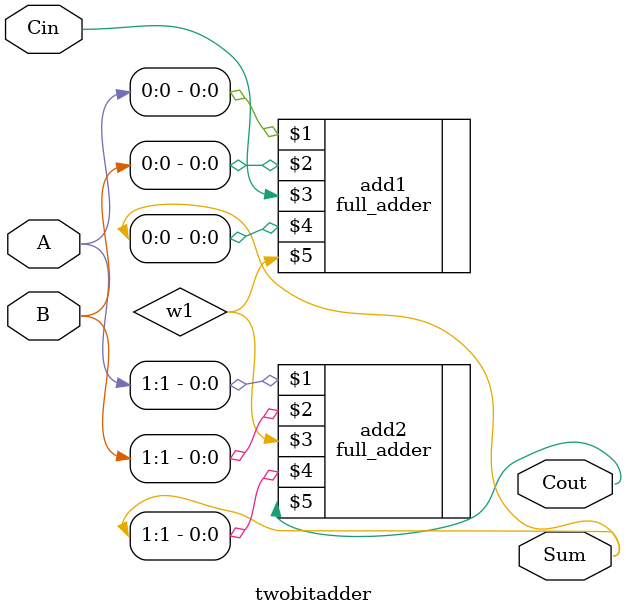
<source format=v>
`include "fulladder.v"

module twobitadder(A, B, Cin, Sum, Cout);

input [1:0] A, B;
input Cin;

output [1:0] Sum;
output Cout;

wire w1;

full_adder add1(A[0], B[0], Cin, Sum[0], w1);
full_adder add2(A[1], B[1], w1, Sum[1], Cout);

endmodule


</source>
